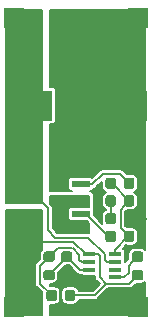
<source format=gtl>
G04 #@! TF.GenerationSoftware,KiCad,Pcbnew,5.0.0-fee4fd1~66~ubuntu16.04.1*
G04 #@! TF.CreationDate,2018-09-13T19:17:13+02:00*
G04 #@! TF.ProjectId,mav_ovp,6D61765F6F76702E6B696361645F7063,rev?*
G04 #@! TF.SameCoordinates,Original*
G04 #@! TF.FileFunction,Copper,L1,Top,Signal*
G04 #@! TF.FilePolarity,Positive*
%FSLAX46Y46*%
G04 Gerber Fmt 4.6, Leading zero omitted, Abs format (unit mm)*
G04 Created by KiCad (PCBNEW 5.0.0-fee4fd1~66~ubuntu16.04.1) date Thu Sep 13 19:17:13 2018*
%MOMM*%
%LPD*%
G01*
G04 APERTURE LIST*
G04 #@! TA.AperFunction,SMDPad,CuDef*
%ADD10R,4.000000X2.500000*%
G04 #@! TD*
G04 #@! TA.AperFunction,Conductor*
%ADD11C,0.100000*%
G04 #@! TD*
G04 #@! TA.AperFunction,SMDPad,CuDef*
%ADD12C,0.875000*%
G04 #@! TD*
G04 #@! TA.AperFunction,ComponentPad*
%ADD13R,1.700000X1.700000*%
G04 #@! TD*
G04 #@! TA.AperFunction,SMDPad,CuDef*
%ADD14R,1.550000X0.600000*%
G04 #@! TD*
G04 #@! TA.AperFunction,SMDPad,CuDef*
%ADD15R,1.060000X0.400000*%
G04 #@! TD*
G04 #@! TA.AperFunction,ViaPad*
%ADD16C,0.800000*%
G04 #@! TD*
G04 #@! TA.AperFunction,Conductor*
%ADD17C,0.200000*%
G04 #@! TD*
G04 APERTURE END LIST*
D10*
G04 #@! TO.P,C1,1*
G04 #@! TO.N,/VOUT*
X96810001Y-89925001D03*
G04 #@! TO.P,C1,2*
G04 #@! TO.N,GND*
X104810001Y-89925001D03*
G04 #@! TD*
D11*
G04 #@! TO.N,Net-(C2-Pad1)*
G04 #@! TO.C,C2*
G36*
X103952691Y-99026053D02*
X103973926Y-99029203D01*
X103994750Y-99034419D01*
X104014962Y-99041651D01*
X104034368Y-99050830D01*
X104052781Y-99061866D01*
X104070024Y-99074654D01*
X104085930Y-99089070D01*
X104100346Y-99104976D01*
X104113134Y-99122219D01*
X104124170Y-99140632D01*
X104133349Y-99160038D01*
X104140581Y-99180250D01*
X104145797Y-99201074D01*
X104148947Y-99222309D01*
X104150000Y-99243750D01*
X104150000Y-99756250D01*
X104148947Y-99777691D01*
X104145797Y-99798926D01*
X104140581Y-99819750D01*
X104133349Y-99839962D01*
X104124170Y-99859368D01*
X104113134Y-99877781D01*
X104100346Y-99895024D01*
X104085930Y-99910930D01*
X104070024Y-99925346D01*
X104052781Y-99938134D01*
X104034368Y-99949170D01*
X104014962Y-99958349D01*
X103994750Y-99965581D01*
X103973926Y-99970797D01*
X103952691Y-99973947D01*
X103931250Y-99975000D01*
X103493750Y-99975000D01*
X103472309Y-99973947D01*
X103451074Y-99970797D01*
X103430250Y-99965581D01*
X103410038Y-99958349D01*
X103390632Y-99949170D01*
X103372219Y-99938134D01*
X103354976Y-99925346D01*
X103339070Y-99910930D01*
X103324654Y-99895024D01*
X103311866Y-99877781D01*
X103300830Y-99859368D01*
X103291651Y-99839962D01*
X103284419Y-99819750D01*
X103279203Y-99798926D01*
X103276053Y-99777691D01*
X103275000Y-99756250D01*
X103275000Y-99243750D01*
X103276053Y-99222309D01*
X103279203Y-99201074D01*
X103284419Y-99180250D01*
X103291651Y-99160038D01*
X103300830Y-99140632D01*
X103311866Y-99122219D01*
X103324654Y-99104976D01*
X103339070Y-99089070D01*
X103354976Y-99074654D01*
X103372219Y-99061866D01*
X103390632Y-99050830D01*
X103410038Y-99041651D01*
X103430250Y-99034419D01*
X103451074Y-99029203D01*
X103472309Y-99026053D01*
X103493750Y-99025000D01*
X103931250Y-99025000D01*
X103952691Y-99026053D01*
X103952691Y-99026053D01*
G37*
D12*
G04 #@! TD*
G04 #@! TO.P,C2,1*
G04 #@! TO.N,Net-(C2-Pad1)*
X103712500Y-99500000D03*
D11*
G04 #@! TO.N,GND*
G04 #@! TO.C,C2*
G36*
X105527691Y-99026053D02*
X105548926Y-99029203D01*
X105569750Y-99034419D01*
X105589962Y-99041651D01*
X105609368Y-99050830D01*
X105627781Y-99061866D01*
X105645024Y-99074654D01*
X105660930Y-99089070D01*
X105675346Y-99104976D01*
X105688134Y-99122219D01*
X105699170Y-99140632D01*
X105708349Y-99160038D01*
X105715581Y-99180250D01*
X105720797Y-99201074D01*
X105723947Y-99222309D01*
X105725000Y-99243750D01*
X105725000Y-99756250D01*
X105723947Y-99777691D01*
X105720797Y-99798926D01*
X105715581Y-99819750D01*
X105708349Y-99839962D01*
X105699170Y-99859368D01*
X105688134Y-99877781D01*
X105675346Y-99895024D01*
X105660930Y-99910930D01*
X105645024Y-99925346D01*
X105627781Y-99938134D01*
X105609368Y-99949170D01*
X105589962Y-99958349D01*
X105569750Y-99965581D01*
X105548926Y-99970797D01*
X105527691Y-99973947D01*
X105506250Y-99975000D01*
X105068750Y-99975000D01*
X105047309Y-99973947D01*
X105026074Y-99970797D01*
X105005250Y-99965581D01*
X104985038Y-99958349D01*
X104965632Y-99949170D01*
X104947219Y-99938134D01*
X104929976Y-99925346D01*
X104914070Y-99910930D01*
X104899654Y-99895024D01*
X104886866Y-99877781D01*
X104875830Y-99859368D01*
X104866651Y-99839962D01*
X104859419Y-99819750D01*
X104854203Y-99798926D01*
X104851053Y-99777691D01*
X104850000Y-99756250D01*
X104850000Y-99243750D01*
X104851053Y-99222309D01*
X104854203Y-99201074D01*
X104859419Y-99180250D01*
X104866651Y-99160038D01*
X104875830Y-99140632D01*
X104886866Y-99122219D01*
X104899654Y-99104976D01*
X104914070Y-99089070D01*
X104929976Y-99074654D01*
X104947219Y-99061866D01*
X104965632Y-99050830D01*
X104985038Y-99041651D01*
X105005250Y-99034419D01*
X105026074Y-99029203D01*
X105047309Y-99026053D01*
X105068750Y-99025000D01*
X105506250Y-99025000D01*
X105527691Y-99026053D01*
X105527691Y-99026053D01*
G37*
D12*
G04 #@! TD*
G04 #@! TO.P,C2,2*
G04 #@! TO.N,GND*
X105287500Y-99500000D03*
D13*
G04 #@! TO.P,J4,1*
G04 #@! TO.N,GND*
X106000000Y-82500000D03*
G04 #@! TD*
G04 #@! TO.P,J3,1*
G04 #@! TO.N,GND*
X106000000Y-107000000D03*
G04 #@! TD*
G04 #@! TO.P,J2,1*
G04 #@! TO.N,/VOUT*
X95500000Y-82500000D03*
G04 #@! TD*
G04 #@! TO.P,J1,1*
G04 #@! TO.N,/VIN*
X95500000Y-107000000D03*
G04 #@! TD*
D14*
G04 #@! TO.P,Q1,1*
G04 #@! TO.N,/TS*
X101200000Y-100405000D03*
G04 #@! TO.P,Q1,2*
G04 #@! TO.N,Net-(Q1-Pad2)*
X101200000Y-99135000D03*
G04 #@! TO.P,Q1,3*
G04 #@! TO.N,/TS*
X101200000Y-97865000D03*
G04 #@! TO.P,Q1,4*
G04 #@! TO.N,Net-(Q1-Pad4)*
X101200000Y-96595000D03*
G04 #@! TO.P,Q1,5*
G04 #@! TO.N,/VOUT*
X95800000Y-96595000D03*
G04 #@! TO.P,Q1,6*
X95800000Y-97865000D03*
G04 #@! TO.P,Q1,7*
G04 #@! TO.N,/VIN*
X95800000Y-99135000D03*
G04 #@! TO.P,Q1,8*
X95800000Y-100405000D03*
G04 #@! TD*
D15*
G04 #@! TO.P,U1,1*
G04 #@! TO.N,/VIN*
X101900000Y-102520000D03*
G04 #@! TO.P,U1,2*
G04 #@! TO.N,/UV*
X101900000Y-103170000D03*
G04 #@! TO.P,U1,3*
G04 #@! TO.N,/OV*
X101900000Y-103830000D03*
G04 #@! TO.P,U1,4*
G04 #@! TO.N,GND*
X101900000Y-104480000D03*
G04 #@! TO.P,U1,5*
G04 #@! TO.N,/SHDN*
X104100000Y-104480000D03*
G04 #@! TO.P,U1,6*
G04 #@! TO.N,Net-(U1-Pad6)*
X104100000Y-103830000D03*
G04 #@! TO.P,U1,7*
G04 #@! TO.N,/VOUT*
X104100000Y-103170000D03*
G04 #@! TO.P,U1,8*
G04 #@! TO.N,/GATE*
X104100000Y-102520000D03*
G04 #@! TD*
D11*
G04 #@! TO.N,/OV*
G04 #@! TO.C,R7*
G36*
X100277691Y-102276053D02*
X100298926Y-102279203D01*
X100319750Y-102284419D01*
X100339962Y-102291651D01*
X100359368Y-102300830D01*
X100377781Y-102311866D01*
X100395024Y-102324654D01*
X100410930Y-102339070D01*
X100425346Y-102354976D01*
X100438134Y-102372219D01*
X100449170Y-102390632D01*
X100458349Y-102410038D01*
X100465581Y-102430250D01*
X100470797Y-102451074D01*
X100473947Y-102472309D01*
X100475000Y-102493750D01*
X100475000Y-102931250D01*
X100473947Y-102952691D01*
X100470797Y-102973926D01*
X100465581Y-102994750D01*
X100458349Y-103014962D01*
X100449170Y-103034368D01*
X100438134Y-103052781D01*
X100425346Y-103070024D01*
X100410930Y-103085930D01*
X100395024Y-103100346D01*
X100377781Y-103113134D01*
X100359368Y-103124170D01*
X100339962Y-103133349D01*
X100319750Y-103140581D01*
X100298926Y-103145797D01*
X100277691Y-103148947D01*
X100256250Y-103150000D01*
X99743750Y-103150000D01*
X99722309Y-103148947D01*
X99701074Y-103145797D01*
X99680250Y-103140581D01*
X99660038Y-103133349D01*
X99640632Y-103124170D01*
X99622219Y-103113134D01*
X99604976Y-103100346D01*
X99589070Y-103085930D01*
X99574654Y-103070024D01*
X99561866Y-103052781D01*
X99550830Y-103034368D01*
X99541651Y-103014962D01*
X99534419Y-102994750D01*
X99529203Y-102973926D01*
X99526053Y-102952691D01*
X99525000Y-102931250D01*
X99525000Y-102493750D01*
X99526053Y-102472309D01*
X99529203Y-102451074D01*
X99534419Y-102430250D01*
X99541651Y-102410038D01*
X99550830Y-102390632D01*
X99561866Y-102372219D01*
X99574654Y-102354976D01*
X99589070Y-102339070D01*
X99604976Y-102324654D01*
X99622219Y-102311866D01*
X99640632Y-102300830D01*
X99660038Y-102291651D01*
X99680250Y-102284419D01*
X99701074Y-102279203D01*
X99722309Y-102276053D01*
X99743750Y-102275000D01*
X100256250Y-102275000D01*
X100277691Y-102276053D01*
X100277691Y-102276053D01*
G37*
D12*
G04 #@! TD*
G04 #@! TO.P,R7,1*
G04 #@! TO.N,/OV*
X100000000Y-102712500D03*
D11*
G04 #@! TO.N,GND*
G04 #@! TO.C,R7*
G36*
X100277691Y-103851053D02*
X100298926Y-103854203D01*
X100319750Y-103859419D01*
X100339962Y-103866651D01*
X100359368Y-103875830D01*
X100377781Y-103886866D01*
X100395024Y-103899654D01*
X100410930Y-103914070D01*
X100425346Y-103929976D01*
X100438134Y-103947219D01*
X100449170Y-103965632D01*
X100458349Y-103985038D01*
X100465581Y-104005250D01*
X100470797Y-104026074D01*
X100473947Y-104047309D01*
X100475000Y-104068750D01*
X100475000Y-104506250D01*
X100473947Y-104527691D01*
X100470797Y-104548926D01*
X100465581Y-104569750D01*
X100458349Y-104589962D01*
X100449170Y-104609368D01*
X100438134Y-104627781D01*
X100425346Y-104645024D01*
X100410930Y-104660930D01*
X100395024Y-104675346D01*
X100377781Y-104688134D01*
X100359368Y-104699170D01*
X100339962Y-104708349D01*
X100319750Y-104715581D01*
X100298926Y-104720797D01*
X100277691Y-104723947D01*
X100256250Y-104725000D01*
X99743750Y-104725000D01*
X99722309Y-104723947D01*
X99701074Y-104720797D01*
X99680250Y-104715581D01*
X99660038Y-104708349D01*
X99640632Y-104699170D01*
X99622219Y-104688134D01*
X99604976Y-104675346D01*
X99589070Y-104660930D01*
X99574654Y-104645024D01*
X99561866Y-104627781D01*
X99550830Y-104609368D01*
X99541651Y-104589962D01*
X99534419Y-104569750D01*
X99529203Y-104548926D01*
X99526053Y-104527691D01*
X99525000Y-104506250D01*
X99525000Y-104068750D01*
X99526053Y-104047309D01*
X99529203Y-104026074D01*
X99534419Y-104005250D01*
X99541651Y-103985038D01*
X99550830Y-103965632D01*
X99561866Y-103947219D01*
X99574654Y-103929976D01*
X99589070Y-103914070D01*
X99604976Y-103899654D01*
X99622219Y-103886866D01*
X99640632Y-103875830D01*
X99660038Y-103866651D01*
X99680250Y-103859419D01*
X99701074Y-103854203D01*
X99722309Y-103851053D01*
X99743750Y-103850000D01*
X100256250Y-103850000D01*
X100277691Y-103851053D01*
X100277691Y-103851053D01*
G37*
D12*
G04 #@! TD*
G04 #@! TO.P,R7,2*
G04 #@! TO.N,GND*
X100000000Y-104287500D03*
D11*
G04 #@! TO.N,/OV*
G04 #@! TO.C,R6*
G36*
X98777691Y-103851053D02*
X98798926Y-103854203D01*
X98819750Y-103859419D01*
X98839962Y-103866651D01*
X98859368Y-103875830D01*
X98877781Y-103886866D01*
X98895024Y-103899654D01*
X98910930Y-103914070D01*
X98925346Y-103929976D01*
X98938134Y-103947219D01*
X98949170Y-103965632D01*
X98958349Y-103985038D01*
X98965581Y-104005250D01*
X98970797Y-104026074D01*
X98973947Y-104047309D01*
X98975000Y-104068750D01*
X98975000Y-104506250D01*
X98973947Y-104527691D01*
X98970797Y-104548926D01*
X98965581Y-104569750D01*
X98958349Y-104589962D01*
X98949170Y-104609368D01*
X98938134Y-104627781D01*
X98925346Y-104645024D01*
X98910930Y-104660930D01*
X98895024Y-104675346D01*
X98877781Y-104688134D01*
X98859368Y-104699170D01*
X98839962Y-104708349D01*
X98819750Y-104715581D01*
X98798926Y-104720797D01*
X98777691Y-104723947D01*
X98756250Y-104725000D01*
X98243750Y-104725000D01*
X98222309Y-104723947D01*
X98201074Y-104720797D01*
X98180250Y-104715581D01*
X98160038Y-104708349D01*
X98140632Y-104699170D01*
X98122219Y-104688134D01*
X98104976Y-104675346D01*
X98089070Y-104660930D01*
X98074654Y-104645024D01*
X98061866Y-104627781D01*
X98050830Y-104609368D01*
X98041651Y-104589962D01*
X98034419Y-104569750D01*
X98029203Y-104548926D01*
X98026053Y-104527691D01*
X98025000Y-104506250D01*
X98025000Y-104068750D01*
X98026053Y-104047309D01*
X98029203Y-104026074D01*
X98034419Y-104005250D01*
X98041651Y-103985038D01*
X98050830Y-103965632D01*
X98061866Y-103947219D01*
X98074654Y-103929976D01*
X98089070Y-103914070D01*
X98104976Y-103899654D01*
X98122219Y-103886866D01*
X98140632Y-103875830D01*
X98160038Y-103866651D01*
X98180250Y-103859419D01*
X98201074Y-103854203D01*
X98222309Y-103851053D01*
X98243750Y-103850000D01*
X98756250Y-103850000D01*
X98777691Y-103851053D01*
X98777691Y-103851053D01*
G37*
D12*
G04 #@! TD*
G04 #@! TO.P,R6,2*
G04 #@! TO.N,/OV*
X98500000Y-104287500D03*
D11*
G04 #@! TO.N,/UV*
G04 #@! TO.C,R6*
G36*
X98777691Y-102276053D02*
X98798926Y-102279203D01*
X98819750Y-102284419D01*
X98839962Y-102291651D01*
X98859368Y-102300830D01*
X98877781Y-102311866D01*
X98895024Y-102324654D01*
X98910930Y-102339070D01*
X98925346Y-102354976D01*
X98938134Y-102372219D01*
X98949170Y-102390632D01*
X98958349Y-102410038D01*
X98965581Y-102430250D01*
X98970797Y-102451074D01*
X98973947Y-102472309D01*
X98975000Y-102493750D01*
X98975000Y-102931250D01*
X98973947Y-102952691D01*
X98970797Y-102973926D01*
X98965581Y-102994750D01*
X98958349Y-103014962D01*
X98949170Y-103034368D01*
X98938134Y-103052781D01*
X98925346Y-103070024D01*
X98910930Y-103085930D01*
X98895024Y-103100346D01*
X98877781Y-103113134D01*
X98859368Y-103124170D01*
X98839962Y-103133349D01*
X98819750Y-103140581D01*
X98798926Y-103145797D01*
X98777691Y-103148947D01*
X98756250Y-103150000D01*
X98243750Y-103150000D01*
X98222309Y-103148947D01*
X98201074Y-103145797D01*
X98180250Y-103140581D01*
X98160038Y-103133349D01*
X98140632Y-103124170D01*
X98122219Y-103113134D01*
X98104976Y-103100346D01*
X98089070Y-103085930D01*
X98074654Y-103070024D01*
X98061866Y-103052781D01*
X98050830Y-103034368D01*
X98041651Y-103014962D01*
X98034419Y-102994750D01*
X98029203Y-102973926D01*
X98026053Y-102952691D01*
X98025000Y-102931250D01*
X98025000Y-102493750D01*
X98026053Y-102472309D01*
X98029203Y-102451074D01*
X98034419Y-102430250D01*
X98041651Y-102410038D01*
X98050830Y-102390632D01*
X98061866Y-102372219D01*
X98074654Y-102354976D01*
X98089070Y-102339070D01*
X98104976Y-102324654D01*
X98122219Y-102311866D01*
X98140632Y-102300830D01*
X98160038Y-102291651D01*
X98180250Y-102284419D01*
X98201074Y-102279203D01*
X98222309Y-102276053D01*
X98243750Y-102275000D01*
X98756250Y-102275000D01*
X98777691Y-102276053D01*
X98777691Y-102276053D01*
G37*
D12*
G04 #@! TD*
G04 #@! TO.P,R6,1*
G04 #@! TO.N,/UV*
X98500000Y-102712500D03*
D11*
G04 #@! TO.N,/VIN*
G04 #@! TO.C,R5*
G36*
X100527691Y-105526053D02*
X100548926Y-105529203D01*
X100569750Y-105534419D01*
X100589962Y-105541651D01*
X100609368Y-105550830D01*
X100627781Y-105561866D01*
X100645024Y-105574654D01*
X100660930Y-105589070D01*
X100675346Y-105604976D01*
X100688134Y-105622219D01*
X100699170Y-105640632D01*
X100708349Y-105660038D01*
X100715581Y-105680250D01*
X100720797Y-105701074D01*
X100723947Y-105722309D01*
X100725000Y-105743750D01*
X100725000Y-106256250D01*
X100723947Y-106277691D01*
X100720797Y-106298926D01*
X100715581Y-106319750D01*
X100708349Y-106339962D01*
X100699170Y-106359368D01*
X100688134Y-106377781D01*
X100675346Y-106395024D01*
X100660930Y-106410930D01*
X100645024Y-106425346D01*
X100627781Y-106438134D01*
X100609368Y-106449170D01*
X100589962Y-106458349D01*
X100569750Y-106465581D01*
X100548926Y-106470797D01*
X100527691Y-106473947D01*
X100506250Y-106475000D01*
X100068750Y-106475000D01*
X100047309Y-106473947D01*
X100026074Y-106470797D01*
X100005250Y-106465581D01*
X99985038Y-106458349D01*
X99965632Y-106449170D01*
X99947219Y-106438134D01*
X99929976Y-106425346D01*
X99914070Y-106410930D01*
X99899654Y-106395024D01*
X99886866Y-106377781D01*
X99875830Y-106359368D01*
X99866651Y-106339962D01*
X99859419Y-106319750D01*
X99854203Y-106298926D01*
X99851053Y-106277691D01*
X99850000Y-106256250D01*
X99850000Y-105743750D01*
X99851053Y-105722309D01*
X99854203Y-105701074D01*
X99859419Y-105680250D01*
X99866651Y-105660038D01*
X99875830Y-105640632D01*
X99886866Y-105622219D01*
X99899654Y-105604976D01*
X99914070Y-105589070D01*
X99929976Y-105574654D01*
X99947219Y-105561866D01*
X99965632Y-105550830D01*
X99985038Y-105541651D01*
X100005250Y-105534419D01*
X100026074Y-105529203D01*
X100047309Y-105526053D01*
X100068750Y-105525000D01*
X100506250Y-105525000D01*
X100527691Y-105526053D01*
X100527691Y-105526053D01*
G37*
D12*
G04 #@! TD*
G04 #@! TO.P,R5,1*
G04 #@! TO.N,/VIN*
X100287500Y-106000000D03*
D11*
G04 #@! TO.N,/UV*
G04 #@! TO.C,R5*
G36*
X98952691Y-105526053D02*
X98973926Y-105529203D01*
X98994750Y-105534419D01*
X99014962Y-105541651D01*
X99034368Y-105550830D01*
X99052781Y-105561866D01*
X99070024Y-105574654D01*
X99085930Y-105589070D01*
X99100346Y-105604976D01*
X99113134Y-105622219D01*
X99124170Y-105640632D01*
X99133349Y-105660038D01*
X99140581Y-105680250D01*
X99145797Y-105701074D01*
X99148947Y-105722309D01*
X99150000Y-105743750D01*
X99150000Y-106256250D01*
X99148947Y-106277691D01*
X99145797Y-106298926D01*
X99140581Y-106319750D01*
X99133349Y-106339962D01*
X99124170Y-106359368D01*
X99113134Y-106377781D01*
X99100346Y-106395024D01*
X99085930Y-106410930D01*
X99070024Y-106425346D01*
X99052781Y-106438134D01*
X99034368Y-106449170D01*
X99014962Y-106458349D01*
X98994750Y-106465581D01*
X98973926Y-106470797D01*
X98952691Y-106473947D01*
X98931250Y-106475000D01*
X98493750Y-106475000D01*
X98472309Y-106473947D01*
X98451074Y-106470797D01*
X98430250Y-106465581D01*
X98410038Y-106458349D01*
X98390632Y-106449170D01*
X98372219Y-106438134D01*
X98354976Y-106425346D01*
X98339070Y-106410930D01*
X98324654Y-106395024D01*
X98311866Y-106377781D01*
X98300830Y-106359368D01*
X98291651Y-106339962D01*
X98284419Y-106319750D01*
X98279203Y-106298926D01*
X98276053Y-106277691D01*
X98275000Y-106256250D01*
X98275000Y-105743750D01*
X98276053Y-105722309D01*
X98279203Y-105701074D01*
X98284419Y-105680250D01*
X98291651Y-105660038D01*
X98300830Y-105640632D01*
X98311866Y-105622219D01*
X98324654Y-105604976D01*
X98339070Y-105589070D01*
X98354976Y-105574654D01*
X98372219Y-105561866D01*
X98390632Y-105550830D01*
X98410038Y-105541651D01*
X98430250Y-105534419D01*
X98451074Y-105529203D01*
X98472309Y-105526053D01*
X98493750Y-105525000D01*
X98931250Y-105525000D01*
X98952691Y-105526053D01*
X98952691Y-105526053D01*
G37*
D12*
G04 #@! TD*
G04 #@! TO.P,R5,2*
G04 #@! TO.N,/UV*
X98712500Y-106000000D03*
D11*
G04 #@! TO.N,/VIN*
G04 #@! TO.C,R4*
G36*
X106277691Y-103851053D02*
X106298926Y-103854203D01*
X106319750Y-103859419D01*
X106339962Y-103866651D01*
X106359368Y-103875830D01*
X106377781Y-103886866D01*
X106395024Y-103899654D01*
X106410930Y-103914070D01*
X106425346Y-103929976D01*
X106438134Y-103947219D01*
X106449170Y-103965632D01*
X106458349Y-103985038D01*
X106465581Y-104005250D01*
X106470797Y-104026074D01*
X106473947Y-104047309D01*
X106475000Y-104068750D01*
X106475000Y-104506250D01*
X106473947Y-104527691D01*
X106470797Y-104548926D01*
X106465581Y-104569750D01*
X106458349Y-104589962D01*
X106449170Y-104609368D01*
X106438134Y-104627781D01*
X106425346Y-104645024D01*
X106410930Y-104660930D01*
X106395024Y-104675346D01*
X106377781Y-104688134D01*
X106359368Y-104699170D01*
X106339962Y-104708349D01*
X106319750Y-104715581D01*
X106298926Y-104720797D01*
X106277691Y-104723947D01*
X106256250Y-104725000D01*
X105743750Y-104725000D01*
X105722309Y-104723947D01*
X105701074Y-104720797D01*
X105680250Y-104715581D01*
X105660038Y-104708349D01*
X105640632Y-104699170D01*
X105622219Y-104688134D01*
X105604976Y-104675346D01*
X105589070Y-104660930D01*
X105574654Y-104645024D01*
X105561866Y-104627781D01*
X105550830Y-104609368D01*
X105541651Y-104589962D01*
X105534419Y-104569750D01*
X105529203Y-104548926D01*
X105526053Y-104527691D01*
X105525000Y-104506250D01*
X105525000Y-104068750D01*
X105526053Y-104047309D01*
X105529203Y-104026074D01*
X105534419Y-104005250D01*
X105541651Y-103985038D01*
X105550830Y-103965632D01*
X105561866Y-103947219D01*
X105574654Y-103929976D01*
X105589070Y-103914070D01*
X105604976Y-103899654D01*
X105622219Y-103886866D01*
X105640632Y-103875830D01*
X105660038Y-103866651D01*
X105680250Y-103859419D01*
X105701074Y-103854203D01*
X105722309Y-103851053D01*
X105743750Y-103850000D01*
X106256250Y-103850000D01*
X106277691Y-103851053D01*
X106277691Y-103851053D01*
G37*
D12*
G04 #@! TD*
G04 #@! TO.P,R4,2*
G04 #@! TO.N,/VIN*
X106000000Y-104287500D03*
D11*
G04 #@! TO.N,/SHDN*
G04 #@! TO.C,R4*
G36*
X106277691Y-102276053D02*
X106298926Y-102279203D01*
X106319750Y-102284419D01*
X106339962Y-102291651D01*
X106359368Y-102300830D01*
X106377781Y-102311866D01*
X106395024Y-102324654D01*
X106410930Y-102339070D01*
X106425346Y-102354976D01*
X106438134Y-102372219D01*
X106449170Y-102390632D01*
X106458349Y-102410038D01*
X106465581Y-102430250D01*
X106470797Y-102451074D01*
X106473947Y-102472309D01*
X106475000Y-102493750D01*
X106475000Y-102931250D01*
X106473947Y-102952691D01*
X106470797Y-102973926D01*
X106465581Y-102994750D01*
X106458349Y-103014962D01*
X106449170Y-103034368D01*
X106438134Y-103052781D01*
X106425346Y-103070024D01*
X106410930Y-103085930D01*
X106395024Y-103100346D01*
X106377781Y-103113134D01*
X106359368Y-103124170D01*
X106339962Y-103133349D01*
X106319750Y-103140581D01*
X106298926Y-103145797D01*
X106277691Y-103148947D01*
X106256250Y-103150000D01*
X105743750Y-103150000D01*
X105722309Y-103148947D01*
X105701074Y-103145797D01*
X105680250Y-103140581D01*
X105660038Y-103133349D01*
X105640632Y-103124170D01*
X105622219Y-103113134D01*
X105604976Y-103100346D01*
X105589070Y-103085930D01*
X105574654Y-103070024D01*
X105561866Y-103052781D01*
X105550830Y-103034368D01*
X105541651Y-103014962D01*
X105534419Y-102994750D01*
X105529203Y-102973926D01*
X105526053Y-102952691D01*
X105525000Y-102931250D01*
X105525000Y-102493750D01*
X105526053Y-102472309D01*
X105529203Y-102451074D01*
X105534419Y-102430250D01*
X105541651Y-102410038D01*
X105550830Y-102390632D01*
X105561866Y-102372219D01*
X105574654Y-102354976D01*
X105589070Y-102339070D01*
X105604976Y-102324654D01*
X105622219Y-102311866D01*
X105640632Y-102300830D01*
X105660038Y-102291651D01*
X105680250Y-102284419D01*
X105701074Y-102279203D01*
X105722309Y-102276053D01*
X105743750Y-102275000D01*
X106256250Y-102275000D01*
X106277691Y-102276053D01*
X106277691Y-102276053D01*
G37*
D12*
G04 #@! TD*
G04 #@! TO.P,R4,1*
G04 #@! TO.N,/SHDN*
X106000000Y-102712500D03*
D11*
G04 #@! TO.N,/GATE*
G04 #@! TO.C,R3*
G36*
X105527691Y-97526053D02*
X105548926Y-97529203D01*
X105569750Y-97534419D01*
X105589962Y-97541651D01*
X105609368Y-97550830D01*
X105627781Y-97561866D01*
X105645024Y-97574654D01*
X105660930Y-97589070D01*
X105675346Y-97604976D01*
X105688134Y-97622219D01*
X105699170Y-97640632D01*
X105708349Y-97660038D01*
X105715581Y-97680250D01*
X105720797Y-97701074D01*
X105723947Y-97722309D01*
X105725000Y-97743750D01*
X105725000Y-98256250D01*
X105723947Y-98277691D01*
X105720797Y-98298926D01*
X105715581Y-98319750D01*
X105708349Y-98339962D01*
X105699170Y-98359368D01*
X105688134Y-98377781D01*
X105675346Y-98395024D01*
X105660930Y-98410930D01*
X105645024Y-98425346D01*
X105627781Y-98438134D01*
X105609368Y-98449170D01*
X105589962Y-98458349D01*
X105569750Y-98465581D01*
X105548926Y-98470797D01*
X105527691Y-98473947D01*
X105506250Y-98475000D01*
X105068750Y-98475000D01*
X105047309Y-98473947D01*
X105026074Y-98470797D01*
X105005250Y-98465581D01*
X104985038Y-98458349D01*
X104965632Y-98449170D01*
X104947219Y-98438134D01*
X104929976Y-98425346D01*
X104914070Y-98410930D01*
X104899654Y-98395024D01*
X104886866Y-98377781D01*
X104875830Y-98359368D01*
X104866651Y-98339962D01*
X104859419Y-98319750D01*
X104854203Y-98298926D01*
X104851053Y-98277691D01*
X104850000Y-98256250D01*
X104850000Y-97743750D01*
X104851053Y-97722309D01*
X104854203Y-97701074D01*
X104859419Y-97680250D01*
X104866651Y-97660038D01*
X104875830Y-97640632D01*
X104886866Y-97622219D01*
X104899654Y-97604976D01*
X104914070Y-97589070D01*
X104929976Y-97574654D01*
X104947219Y-97561866D01*
X104965632Y-97550830D01*
X104985038Y-97541651D01*
X105005250Y-97534419D01*
X105026074Y-97529203D01*
X105047309Y-97526053D01*
X105068750Y-97525000D01*
X105506250Y-97525000D01*
X105527691Y-97526053D01*
X105527691Y-97526053D01*
G37*
D12*
G04 #@! TD*
G04 #@! TO.P,R3,1*
G04 #@! TO.N,/GATE*
X105287500Y-98000000D03*
D11*
G04 #@! TO.N,Net-(C2-Pad1)*
G04 #@! TO.C,R3*
G36*
X103952691Y-97526053D02*
X103973926Y-97529203D01*
X103994750Y-97534419D01*
X104014962Y-97541651D01*
X104034368Y-97550830D01*
X104052781Y-97561866D01*
X104070024Y-97574654D01*
X104085930Y-97589070D01*
X104100346Y-97604976D01*
X104113134Y-97622219D01*
X104124170Y-97640632D01*
X104133349Y-97660038D01*
X104140581Y-97680250D01*
X104145797Y-97701074D01*
X104148947Y-97722309D01*
X104150000Y-97743750D01*
X104150000Y-98256250D01*
X104148947Y-98277691D01*
X104145797Y-98298926D01*
X104140581Y-98319750D01*
X104133349Y-98339962D01*
X104124170Y-98359368D01*
X104113134Y-98377781D01*
X104100346Y-98395024D01*
X104085930Y-98410930D01*
X104070024Y-98425346D01*
X104052781Y-98438134D01*
X104034368Y-98449170D01*
X104014962Y-98458349D01*
X103994750Y-98465581D01*
X103973926Y-98470797D01*
X103952691Y-98473947D01*
X103931250Y-98475000D01*
X103493750Y-98475000D01*
X103472309Y-98473947D01*
X103451074Y-98470797D01*
X103430250Y-98465581D01*
X103410038Y-98458349D01*
X103390632Y-98449170D01*
X103372219Y-98438134D01*
X103354976Y-98425346D01*
X103339070Y-98410930D01*
X103324654Y-98395024D01*
X103311866Y-98377781D01*
X103300830Y-98359368D01*
X103291651Y-98339962D01*
X103284419Y-98319750D01*
X103279203Y-98298926D01*
X103276053Y-98277691D01*
X103275000Y-98256250D01*
X103275000Y-97743750D01*
X103276053Y-97722309D01*
X103279203Y-97701074D01*
X103284419Y-97680250D01*
X103291651Y-97660038D01*
X103300830Y-97640632D01*
X103311866Y-97622219D01*
X103324654Y-97604976D01*
X103339070Y-97589070D01*
X103354976Y-97574654D01*
X103372219Y-97561866D01*
X103390632Y-97550830D01*
X103410038Y-97541651D01*
X103430250Y-97534419D01*
X103451074Y-97529203D01*
X103472309Y-97526053D01*
X103493750Y-97525000D01*
X103931250Y-97525000D01*
X103952691Y-97526053D01*
X103952691Y-97526053D01*
G37*
D12*
G04 #@! TD*
G04 #@! TO.P,R3,2*
G04 #@! TO.N,Net-(C2-Pad1)*
X103712500Y-98000000D03*
D11*
G04 #@! TO.N,/GATE*
G04 #@! TO.C,R2*
G36*
X103952691Y-96026053D02*
X103973926Y-96029203D01*
X103994750Y-96034419D01*
X104014962Y-96041651D01*
X104034368Y-96050830D01*
X104052781Y-96061866D01*
X104070024Y-96074654D01*
X104085930Y-96089070D01*
X104100346Y-96104976D01*
X104113134Y-96122219D01*
X104124170Y-96140632D01*
X104133349Y-96160038D01*
X104140581Y-96180250D01*
X104145797Y-96201074D01*
X104148947Y-96222309D01*
X104150000Y-96243750D01*
X104150000Y-96756250D01*
X104148947Y-96777691D01*
X104145797Y-96798926D01*
X104140581Y-96819750D01*
X104133349Y-96839962D01*
X104124170Y-96859368D01*
X104113134Y-96877781D01*
X104100346Y-96895024D01*
X104085930Y-96910930D01*
X104070024Y-96925346D01*
X104052781Y-96938134D01*
X104034368Y-96949170D01*
X104014962Y-96958349D01*
X103994750Y-96965581D01*
X103973926Y-96970797D01*
X103952691Y-96973947D01*
X103931250Y-96975000D01*
X103493750Y-96975000D01*
X103472309Y-96973947D01*
X103451074Y-96970797D01*
X103430250Y-96965581D01*
X103410038Y-96958349D01*
X103390632Y-96949170D01*
X103372219Y-96938134D01*
X103354976Y-96925346D01*
X103339070Y-96910930D01*
X103324654Y-96895024D01*
X103311866Y-96877781D01*
X103300830Y-96859368D01*
X103291651Y-96839962D01*
X103284419Y-96819750D01*
X103279203Y-96798926D01*
X103276053Y-96777691D01*
X103275000Y-96756250D01*
X103275000Y-96243750D01*
X103276053Y-96222309D01*
X103279203Y-96201074D01*
X103284419Y-96180250D01*
X103291651Y-96160038D01*
X103300830Y-96140632D01*
X103311866Y-96122219D01*
X103324654Y-96104976D01*
X103339070Y-96089070D01*
X103354976Y-96074654D01*
X103372219Y-96061866D01*
X103390632Y-96050830D01*
X103410038Y-96041651D01*
X103430250Y-96034419D01*
X103451074Y-96029203D01*
X103472309Y-96026053D01*
X103493750Y-96025000D01*
X103931250Y-96025000D01*
X103952691Y-96026053D01*
X103952691Y-96026053D01*
G37*
D12*
G04 #@! TD*
G04 #@! TO.P,R2,2*
G04 #@! TO.N,/GATE*
X103712500Y-96500000D03*
D11*
G04 #@! TO.N,Net-(Q1-Pad4)*
G04 #@! TO.C,R2*
G36*
X105527691Y-96026053D02*
X105548926Y-96029203D01*
X105569750Y-96034419D01*
X105589962Y-96041651D01*
X105609368Y-96050830D01*
X105627781Y-96061866D01*
X105645024Y-96074654D01*
X105660930Y-96089070D01*
X105675346Y-96104976D01*
X105688134Y-96122219D01*
X105699170Y-96140632D01*
X105708349Y-96160038D01*
X105715581Y-96180250D01*
X105720797Y-96201074D01*
X105723947Y-96222309D01*
X105725000Y-96243750D01*
X105725000Y-96756250D01*
X105723947Y-96777691D01*
X105720797Y-96798926D01*
X105715581Y-96819750D01*
X105708349Y-96839962D01*
X105699170Y-96859368D01*
X105688134Y-96877781D01*
X105675346Y-96895024D01*
X105660930Y-96910930D01*
X105645024Y-96925346D01*
X105627781Y-96938134D01*
X105609368Y-96949170D01*
X105589962Y-96958349D01*
X105569750Y-96965581D01*
X105548926Y-96970797D01*
X105527691Y-96973947D01*
X105506250Y-96975000D01*
X105068750Y-96975000D01*
X105047309Y-96973947D01*
X105026074Y-96970797D01*
X105005250Y-96965581D01*
X104985038Y-96958349D01*
X104965632Y-96949170D01*
X104947219Y-96938134D01*
X104929976Y-96925346D01*
X104914070Y-96910930D01*
X104899654Y-96895024D01*
X104886866Y-96877781D01*
X104875830Y-96859368D01*
X104866651Y-96839962D01*
X104859419Y-96819750D01*
X104854203Y-96798926D01*
X104851053Y-96777691D01*
X104850000Y-96756250D01*
X104850000Y-96243750D01*
X104851053Y-96222309D01*
X104854203Y-96201074D01*
X104859419Y-96180250D01*
X104866651Y-96160038D01*
X104875830Y-96140632D01*
X104886866Y-96122219D01*
X104899654Y-96104976D01*
X104914070Y-96089070D01*
X104929976Y-96074654D01*
X104947219Y-96061866D01*
X104965632Y-96050830D01*
X104985038Y-96041651D01*
X105005250Y-96034419D01*
X105026074Y-96029203D01*
X105047309Y-96026053D01*
X105068750Y-96025000D01*
X105506250Y-96025000D01*
X105527691Y-96026053D01*
X105527691Y-96026053D01*
G37*
D12*
G04 #@! TD*
G04 #@! TO.P,R2,1*
G04 #@! TO.N,Net-(Q1-Pad4)*
X105287500Y-96500000D03*
D11*
G04 #@! TO.N,Net-(Q1-Pad2)*
G04 #@! TO.C,R1*
G36*
X103952691Y-100526053D02*
X103973926Y-100529203D01*
X103994750Y-100534419D01*
X104014962Y-100541651D01*
X104034368Y-100550830D01*
X104052781Y-100561866D01*
X104070024Y-100574654D01*
X104085930Y-100589070D01*
X104100346Y-100604976D01*
X104113134Y-100622219D01*
X104124170Y-100640632D01*
X104133349Y-100660038D01*
X104140581Y-100680250D01*
X104145797Y-100701074D01*
X104148947Y-100722309D01*
X104150000Y-100743750D01*
X104150000Y-101256250D01*
X104148947Y-101277691D01*
X104145797Y-101298926D01*
X104140581Y-101319750D01*
X104133349Y-101339962D01*
X104124170Y-101359368D01*
X104113134Y-101377781D01*
X104100346Y-101395024D01*
X104085930Y-101410930D01*
X104070024Y-101425346D01*
X104052781Y-101438134D01*
X104034368Y-101449170D01*
X104014962Y-101458349D01*
X103994750Y-101465581D01*
X103973926Y-101470797D01*
X103952691Y-101473947D01*
X103931250Y-101475000D01*
X103493750Y-101475000D01*
X103472309Y-101473947D01*
X103451074Y-101470797D01*
X103430250Y-101465581D01*
X103410038Y-101458349D01*
X103390632Y-101449170D01*
X103372219Y-101438134D01*
X103354976Y-101425346D01*
X103339070Y-101410930D01*
X103324654Y-101395024D01*
X103311866Y-101377781D01*
X103300830Y-101359368D01*
X103291651Y-101339962D01*
X103284419Y-101319750D01*
X103279203Y-101298926D01*
X103276053Y-101277691D01*
X103275000Y-101256250D01*
X103275000Y-100743750D01*
X103276053Y-100722309D01*
X103279203Y-100701074D01*
X103284419Y-100680250D01*
X103291651Y-100660038D01*
X103300830Y-100640632D01*
X103311866Y-100622219D01*
X103324654Y-100604976D01*
X103339070Y-100589070D01*
X103354976Y-100574654D01*
X103372219Y-100561866D01*
X103390632Y-100550830D01*
X103410038Y-100541651D01*
X103430250Y-100534419D01*
X103451074Y-100529203D01*
X103472309Y-100526053D01*
X103493750Y-100525000D01*
X103931250Y-100525000D01*
X103952691Y-100526053D01*
X103952691Y-100526053D01*
G37*
D12*
G04 #@! TD*
G04 #@! TO.P,R1,1*
G04 #@! TO.N,Net-(Q1-Pad2)*
X103712500Y-101000000D03*
D11*
G04 #@! TO.N,/GATE*
G04 #@! TO.C,R1*
G36*
X105527691Y-100526053D02*
X105548926Y-100529203D01*
X105569750Y-100534419D01*
X105589962Y-100541651D01*
X105609368Y-100550830D01*
X105627781Y-100561866D01*
X105645024Y-100574654D01*
X105660930Y-100589070D01*
X105675346Y-100604976D01*
X105688134Y-100622219D01*
X105699170Y-100640632D01*
X105708349Y-100660038D01*
X105715581Y-100680250D01*
X105720797Y-100701074D01*
X105723947Y-100722309D01*
X105725000Y-100743750D01*
X105725000Y-101256250D01*
X105723947Y-101277691D01*
X105720797Y-101298926D01*
X105715581Y-101319750D01*
X105708349Y-101339962D01*
X105699170Y-101359368D01*
X105688134Y-101377781D01*
X105675346Y-101395024D01*
X105660930Y-101410930D01*
X105645024Y-101425346D01*
X105627781Y-101438134D01*
X105609368Y-101449170D01*
X105589962Y-101458349D01*
X105569750Y-101465581D01*
X105548926Y-101470797D01*
X105527691Y-101473947D01*
X105506250Y-101475000D01*
X105068750Y-101475000D01*
X105047309Y-101473947D01*
X105026074Y-101470797D01*
X105005250Y-101465581D01*
X104985038Y-101458349D01*
X104965632Y-101449170D01*
X104947219Y-101438134D01*
X104929976Y-101425346D01*
X104914070Y-101410930D01*
X104899654Y-101395024D01*
X104886866Y-101377781D01*
X104875830Y-101359368D01*
X104866651Y-101339962D01*
X104859419Y-101319750D01*
X104854203Y-101298926D01*
X104851053Y-101277691D01*
X104850000Y-101256250D01*
X104850000Y-100743750D01*
X104851053Y-100722309D01*
X104854203Y-100701074D01*
X104859419Y-100680250D01*
X104866651Y-100660038D01*
X104875830Y-100640632D01*
X104886866Y-100622219D01*
X104899654Y-100604976D01*
X104914070Y-100589070D01*
X104929976Y-100574654D01*
X104947219Y-100561866D01*
X104965632Y-100550830D01*
X104985038Y-100541651D01*
X105005250Y-100534419D01*
X105026074Y-100529203D01*
X105047309Y-100526053D01*
X105068750Y-100525000D01*
X105506250Y-100525000D01*
X105527691Y-100526053D01*
X105527691Y-100526053D01*
G37*
D12*
G04 #@! TD*
G04 #@! TO.P,R1,2*
G04 #@! TO.N,/GATE*
X105287500Y-101000000D03*
D16*
G04 #@! TO.N,GND*
X106324974Y-99500000D03*
X101930024Y-105300000D03*
X106300000Y-101600000D03*
X102600000Y-98800000D03*
X99000000Y-107200000D03*
X104200000Y-107200000D03*
X101700000Y-107200000D03*
X105400000Y-93200000D03*
X99700000Y-93300000D03*
X99900000Y-85100000D03*
X105500000Y-85100000D03*
G04 #@! TD*
D17*
G04 #@! TO.N,Net-(Q1-Pad2)*
X103712500Y-101000000D02*
X103500000Y-101000000D01*
X101635000Y-99135000D02*
X101200000Y-99135000D01*
X103500000Y-101000000D02*
X101635000Y-99135000D01*
G04 #@! TO.N,/GATE*
X104825888Y-98461612D02*
X105287500Y-98000000D01*
X104549990Y-98737510D02*
X104825888Y-98461612D01*
X104549990Y-100262490D02*
X104549990Y-98737510D01*
X105287500Y-101000000D02*
X104549990Y-100262490D01*
X103787500Y-96500000D02*
X103712500Y-96500000D01*
X105287500Y-98000000D02*
X103787500Y-96500000D01*
X105220000Y-101000000D02*
X105287500Y-101000000D01*
X104100000Y-102120000D02*
X105220000Y-101000000D01*
X104100000Y-102520000D02*
X104100000Y-102120000D01*
G04 #@! TO.N,Net-(Q1-Pad4)*
X102175000Y-96595000D02*
X101200000Y-96595000D01*
X103045010Y-95724990D02*
X102175000Y-96595000D01*
X104512490Y-95724990D02*
X103045010Y-95724990D01*
X105287500Y-96500000D02*
X104512490Y-95724990D01*
G04 #@! TO.N,Net-(C2-Pad1)*
X103712500Y-99500000D02*
X103712500Y-98000000D01*
G04 #@! TO.N,/VIN*
X105807500Y-104480000D02*
X106000000Y-104287500D01*
X106000000Y-104287500D02*
X105287500Y-105000000D01*
X105287500Y-105000000D02*
X103349998Y-105000000D01*
X102349998Y-106000000D02*
X103349998Y-105000000D01*
X100287500Y-106000000D02*
X102349998Y-106000000D01*
X97870000Y-101500000D02*
X96775000Y-100405000D01*
X96775000Y-100405000D02*
X95800000Y-100405000D01*
X101900000Y-102520000D02*
X101585699Y-102520000D01*
X100565699Y-101500000D02*
X97870000Y-101500000D01*
X101585699Y-102520000D02*
X100565699Y-101500000D01*
X102630000Y-102520000D02*
X101900000Y-102520000D01*
X102800000Y-102690000D02*
X102630000Y-102520000D01*
X103349998Y-105000000D02*
X102800000Y-104450002D01*
X102800000Y-104450002D02*
X102800000Y-102690000D01*
G04 #@! TO.N,/SHDN*
X105224990Y-103487510D02*
X105538388Y-103174112D01*
X105224990Y-104085010D02*
X105224990Y-103487510D01*
X104830000Y-104480000D02*
X105224990Y-104085010D01*
X105538388Y-103174112D02*
X106000000Y-102712500D01*
X104100000Y-104480000D02*
X104830000Y-104480000D01*
G04 #@! TO.N,/UV*
X98961612Y-102250888D02*
X98500000Y-102712500D01*
X99237510Y-101974990D02*
X98961612Y-102250888D01*
X100471130Y-101974990D02*
X99237510Y-101974990D01*
X101069999Y-102960001D02*
X101069999Y-102569999D01*
X101900000Y-103170000D02*
X101279998Y-103170000D01*
X101279998Y-103170000D02*
X101069999Y-102960001D01*
X101069999Y-102569999D02*
X100500000Y-102000000D01*
X98038388Y-103174112D02*
X98500000Y-102712500D01*
X97724990Y-103487510D02*
X98038388Y-103174112D01*
X97724990Y-105012490D02*
X97724990Y-103487510D01*
X98712500Y-106000000D02*
X97724990Y-105012490D01*
G04 #@! TO.N,/OV*
X100000000Y-102787500D02*
X100000000Y-102712500D01*
X98500000Y-104287500D02*
X100000000Y-102787500D01*
X101117500Y-103830000D02*
X100000000Y-102712500D01*
X101900000Y-103830000D02*
X101117500Y-103830000D01*
G04 #@! TO.N,GND*
X105287500Y-99500000D02*
X106324974Y-99500000D01*
X101900000Y-104480000D02*
X101900000Y-105269976D01*
X101900000Y-105269976D02*
X101930024Y-105300000D01*
G04 #@! TO.N,/VOUT*
X97665000Y-97865000D02*
X95800000Y-97865000D01*
X98400000Y-98600000D02*
X97665000Y-97865000D01*
X98400000Y-100500000D02*
X98400000Y-98600000D01*
X103200010Y-103000010D02*
X103200010Y-102524311D01*
X103200010Y-102524311D02*
X101775689Y-101099990D01*
X103370000Y-103170000D02*
X103200010Y-103000010D01*
X104100000Y-103170000D02*
X103370000Y-103170000D01*
X101775689Y-101099990D02*
X98999990Y-101099990D01*
X98999990Y-101099990D02*
X98400000Y-100500000D01*
G04 #@! TD*
G04 #@! TO.N,/VIN*
G36*
X97900000Y-102104597D02*
X97872783Y-102122783D01*
X97759058Y-102292984D01*
X97719123Y-102493750D01*
X97719123Y-102927692D01*
X97470006Y-103176810D01*
X97436607Y-103199126D01*
X97372664Y-103294825D01*
X97348199Y-103331439D01*
X97317154Y-103487510D01*
X97324991Y-103526908D01*
X97324990Y-104973096D01*
X97317154Y-105012490D01*
X97324990Y-105051883D01*
X97348199Y-105168561D01*
X97436606Y-105300874D01*
X97470009Y-105323193D01*
X97900000Y-105753185D01*
X97900000Y-107625000D01*
X94875000Y-107625000D01*
X94875000Y-98800000D01*
X97900000Y-98800000D01*
X97900000Y-102104597D01*
X97900000Y-102104597D01*
G37*
X97900000Y-102104597D02*
X97872783Y-102122783D01*
X97759058Y-102292984D01*
X97719123Y-102493750D01*
X97719123Y-102927692D01*
X97470006Y-103176810D01*
X97436607Y-103199126D01*
X97372664Y-103294825D01*
X97348199Y-103331439D01*
X97317154Y-103487510D01*
X97324991Y-103526908D01*
X97324990Y-104973096D01*
X97317154Y-105012490D01*
X97324990Y-105051883D01*
X97348199Y-105168561D01*
X97436606Y-105300874D01*
X97470009Y-105323193D01*
X97900000Y-105753185D01*
X97900000Y-107625000D01*
X94875000Y-107625000D01*
X94875000Y-98800000D01*
X97900000Y-98800000D01*
X97900000Y-102104597D01*
G04 #@! TO.N,/VOUT*
G36*
X97900000Y-98200000D02*
X94875000Y-98200000D01*
X94875000Y-81875000D01*
X97900000Y-81875000D01*
X97900000Y-98200000D01*
X97900000Y-98200000D01*
G37*
X97900000Y-98200000D02*
X94875000Y-98200000D01*
X94875000Y-81875000D01*
X97900000Y-81875000D01*
X97900000Y-98200000D01*
G04 #@! TO.N,GND*
G36*
X100806799Y-104084984D02*
X100829116Y-104118384D01*
X100893823Y-104161619D01*
X100961428Y-104206791D01*
X101117500Y-104237836D01*
X101144479Y-104232469D01*
X101153712Y-104246288D01*
X101252946Y-104312593D01*
X101370000Y-104335877D01*
X102400000Y-104335877D01*
X102400000Y-104410608D01*
X102392164Y-104450002D01*
X102400000Y-104489395D01*
X102423209Y-104606073D01*
X102511616Y-104738386D01*
X102545018Y-104760705D01*
X102784313Y-105000000D01*
X102184314Y-105600000D01*
X101002283Y-105600000D01*
X100990942Y-105542984D01*
X100877217Y-105372783D01*
X100707016Y-105259058D01*
X100506250Y-105219123D01*
X100068750Y-105219123D01*
X99867984Y-105259058D01*
X99697783Y-105372783D01*
X99584058Y-105542984D01*
X99544123Y-105743750D01*
X99544123Y-106256250D01*
X99584058Y-106457016D01*
X99697783Y-106627217D01*
X99867984Y-106740942D01*
X100068750Y-106780877D01*
X100506250Y-106780877D01*
X100707016Y-106740942D01*
X100877217Y-106627217D01*
X100990942Y-106457016D01*
X101002283Y-106400000D01*
X102310604Y-106400000D01*
X102349998Y-106407836D01*
X102389392Y-106400000D01*
X102506070Y-106376791D01*
X102638382Y-106288384D01*
X102660701Y-106254981D01*
X103515683Y-105400000D01*
X105248106Y-105400000D01*
X105287500Y-105407836D01*
X105326894Y-105400000D01*
X105443572Y-105376791D01*
X105575884Y-105288384D01*
X105598202Y-105254982D01*
X105822308Y-105030877D01*
X106256250Y-105030877D01*
X106457016Y-104990942D01*
X106625000Y-104878698D01*
X106625000Y-107625000D01*
X98600000Y-107625000D01*
X98600000Y-106780877D01*
X98931250Y-106780877D01*
X99132016Y-106740942D01*
X99302217Y-106627217D01*
X99415942Y-106457016D01*
X99455877Y-106256250D01*
X99455877Y-105743750D01*
X99415942Y-105542984D01*
X99302217Y-105372783D01*
X99132016Y-105259058D01*
X98931250Y-105219123D01*
X98600000Y-105219123D01*
X98600000Y-105030877D01*
X98756250Y-105030877D01*
X98957016Y-104990942D01*
X99127217Y-104877217D01*
X99240942Y-104707016D01*
X99280877Y-104506250D01*
X99280877Y-104072308D01*
X99897308Y-103455877D01*
X100177693Y-103455877D01*
X100806799Y-104084984D01*
X100806799Y-104084984D01*
G37*
X100806799Y-104084984D02*
X100829116Y-104118384D01*
X100893823Y-104161619D01*
X100961428Y-104206791D01*
X101117500Y-104237836D01*
X101144479Y-104232469D01*
X101153712Y-104246288D01*
X101252946Y-104312593D01*
X101370000Y-104335877D01*
X102400000Y-104335877D01*
X102400000Y-104410608D01*
X102392164Y-104450002D01*
X102400000Y-104489395D01*
X102423209Y-104606073D01*
X102511616Y-104738386D01*
X102545018Y-104760705D01*
X102784313Y-105000000D01*
X102184314Y-105600000D01*
X101002283Y-105600000D01*
X100990942Y-105542984D01*
X100877217Y-105372783D01*
X100707016Y-105259058D01*
X100506250Y-105219123D01*
X100068750Y-105219123D01*
X99867984Y-105259058D01*
X99697783Y-105372783D01*
X99584058Y-105542984D01*
X99544123Y-105743750D01*
X99544123Y-106256250D01*
X99584058Y-106457016D01*
X99697783Y-106627217D01*
X99867984Y-106740942D01*
X100068750Y-106780877D01*
X100506250Y-106780877D01*
X100707016Y-106740942D01*
X100877217Y-106627217D01*
X100990942Y-106457016D01*
X101002283Y-106400000D01*
X102310604Y-106400000D01*
X102349998Y-106407836D01*
X102389392Y-106400000D01*
X102506070Y-106376791D01*
X102638382Y-106288384D01*
X102660701Y-106254981D01*
X103515683Y-105400000D01*
X105248106Y-105400000D01*
X105287500Y-105407836D01*
X105326894Y-105400000D01*
X105443572Y-105376791D01*
X105575884Y-105288384D01*
X105598202Y-105254982D01*
X105822308Y-105030877D01*
X106256250Y-105030877D01*
X106457016Y-104990942D01*
X106625000Y-104878698D01*
X106625000Y-107625000D01*
X98600000Y-107625000D01*
X98600000Y-106780877D01*
X98931250Y-106780877D01*
X99132016Y-106740942D01*
X99302217Y-106627217D01*
X99415942Y-106457016D01*
X99455877Y-106256250D01*
X99455877Y-105743750D01*
X99415942Y-105542984D01*
X99302217Y-105372783D01*
X99132016Y-105259058D01*
X98931250Y-105219123D01*
X98600000Y-105219123D01*
X98600000Y-105030877D01*
X98756250Y-105030877D01*
X98957016Y-104990942D01*
X99127217Y-104877217D01*
X99240942Y-104707016D01*
X99280877Y-104506250D01*
X99280877Y-104072308D01*
X99897308Y-103455877D01*
X100177693Y-103455877D01*
X100806799Y-104084984D01*
G36*
X106625000Y-102121302D02*
X106457016Y-102009058D01*
X106256250Y-101969123D01*
X105743750Y-101969123D01*
X105542984Y-102009058D01*
X105372783Y-102122783D01*
X105259058Y-102292984D01*
X105219123Y-102493750D01*
X105219123Y-102927692D01*
X104970006Y-103176810D01*
X104936607Y-103199126D01*
X104935877Y-103200219D01*
X104935877Y-102970000D01*
X104912593Y-102852946D01*
X104907284Y-102845000D01*
X104912593Y-102837054D01*
X104935877Y-102720000D01*
X104935877Y-102320000D01*
X104912593Y-102202946D01*
X104846288Y-102103712D01*
X104747788Y-102037897D01*
X105015417Y-101770268D01*
X105068750Y-101780877D01*
X105506250Y-101780877D01*
X105707016Y-101740942D01*
X105877217Y-101627217D01*
X105990942Y-101457016D01*
X106030877Y-101256250D01*
X106030877Y-100743750D01*
X105990942Y-100542984D01*
X105877217Y-100372783D01*
X105707016Y-100259058D01*
X105506250Y-100219123D01*
X105072307Y-100219123D01*
X104949990Y-100096806D01*
X104949990Y-98903194D01*
X105072308Y-98780877D01*
X105506250Y-98780877D01*
X105707016Y-98740942D01*
X105877217Y-98627217D01*
X105990942Y-98457016D01*
X106030877Y-98256250D01*
X106030877Y-97743750D01*
X105990942Y-97542984D01*
X105877217Y-97372783D01*
X105707016Y-97259058D01*
X105661479Y-97250000D01*
X105707016Y-97240942D01*
X105877217Y-97127217D01*
X105990942Y-96957016D01*
X106030877Y-96756250D01*
X106030877Y-96243750D01*
X105990942Y-96042984D01*
X105877217Y-95872783D01*
X105707016Y-95759058D01*
X105506250Y-95719123D01*
X105072307Y-95719123D01*
X104823193Y-95470009D01*
X104800874Y-95436606D01*
X104668562Y-95348199D01*
X104551884Y-95324990D01*
X104512490Y-95317154D01*
X104473096Y-95324990D01*
X103084404Y-95324990D01*
X103045010Y-95317154D01*
X103005616Y-95324990D01*
X102888938Y-95348199D01*
X102756626Y-95436606D01*
X102734309Y-95470006D01*
X102151913Y-96052403D01*
X102092054Y-96012407D01*
X101975000Y-95989123D01*
X100425000Y-95989123D01*
X100307946Y-96012407D01*
X100208712Y-96078712D01*
X100142407Y-96177946D01*
X100119123Y-96295000D01*
X100119123Y-96895000D01*
X100142407Y-97012054D01*
X100208712Y-97111288D01*
X100307946Y-97177593D01*
X100420591Y-97200000D01*
X98600000Y-97200000D01*
X98600000Y-91480878D01*
X98810001Y-91480878D01*
X98927055Y-91457594D01*
X99026289Y-91391289D01*
X99092594Y-91292055D01*
X99115878Y-91175001D01*
X99115878Y-88675001D01*
X99092594Y-88557947D01*
X99026289Y-88458713D01*
X98927055Y-88392408D01*
X98810001Y-88369124D01*
X98600000Y-88369124D01*
X98600000Y-81875000D01*
X106625001Y-81875000D01*
X106625000Y-102121302D01*
X106625000Y-102121302D01*
G37*
X106625000Y-102121302D02*
X106457016Y-102009058D01*
X106256250Y-101969123D01*
X105743750Y-101969123D01*
X105542984Y-102009058D01*
X105372783Y-102122783D01*
X105259058Y-102292984D01*
X105219123Y-102493750D01*
X105219123Y-102927692D01*
X104970006Y-103176810D01*
X104936607Y-103199126D01*
X104935877Y-103200219D01*
X104935877Y-102970000D01*
X104912593Y-102852946D01*
X104907284Y-102845000D01*
X104912593Y-102837054D01*
X104935877Y-102720000D01*
X104935877Y-102320000D01*
X104912593Y-102202946D01*
X104846288Y-102103712D01*
X104747788Y-102037897D01*
X105015417Y-101770268D01*
X105068750Y-101780877D01*
X105506250Y-101780877D01*
X105707016Y-101740942D01*
X105877217Y-101627217D01*
X105990942Y-101457016D01*
X106030877Y-101256250D01*
X106030877Y-100743750D01*
X105990942Y-100542984D01*
X105877217Y-100372783D01*
X105707016Y-100259058D01*
X105506250Y-100219123D01*
X105072307Y-100219123D01*
X104949990Y-100096806D01*
X104949990Y-98903194D01*
X105072308Y-98780877D01*
X105506250Y-98780877D01*
X105707016Y-98740942D01*
X105877217Y-98627217D01*
X105990942Y-98457016D01*
X106030877Y-98256250D01*
X106030877Y-97743750D01*
X105990942Y-97542984D01*
X105877217Y-97372783D01*
X105707016Y-97259058D01*
X105661479Y-97250000D01*
X105707016Y-97240942D01*
X105877217Y-97127217D01*
X105990942Y-96957016D01*
X106030877Y-96756250D01*
X106030877Y-96243750D01*
X105990942Y-96042984D01*
X105877217Y-95872783D01*
X105707016Y-95759058D01*
X105506250Y-95719123D01*
X105072307Y-95719123D01*
X104823193Y-95470009D01*
X104800874Y-95436606D01*
X104668562Y-95348199D01*
X104551884Y-95324990D01*
X104512490Y-95317154D01*
X104473096Y-95324990D01*
X103084404Y-95324990D01*
X103045010Y-95317154D01*
X103005616Y-95324990D01*
X102888938Y-95348199D01*
X102756626Y-95436606D01*
X102734309Y-95470006D01*
X102151913Y-96052403D01*
X102092054Y-96012407D01*
X101975000Y-95989123D01*
X100425000Y-95989123D01*
X100307946Y-96012407D01*
X100208712Y-96078712D01*
X100142407Y-96177946D01*
X100119123Y-96295000D01*
X100119123Y-96895000D01*
X100142407Y-97012054D01*
X100208712Y-97111288D01*
X100307946Y-97177593D01*
X100420591Y-97200000D01*
X98600000Y-97200000D01*
X98600000Y-91480878D01*
X98810001Y-91480878D01*
X98927055Y-91457594D01*
X99026289Y-91391289D01*
X99092594Y-91292055D01*
X99115878Y-91175001D01*
X99115878Y-88675001D01*
X99092594Y-88557947D01*
X99026289Y-88458713D01*
X98927055Y-88392408D01*
X98810001Y-88369124D01*
X98600000Y-88369124D01*
X98600000Y-81875000D01*
X106625001Y-81875000D01*
X106625000Y-102121302D01*
G36*
X102969123Y-96756250D02*
X103009058Y-96957016D01*
X103122783Y-97127217D01*
X103292984Y-97240942D01*
X103338521Y-97250000D01*
X103292984Y-97259058D01*
X103122783Y-97372783D01*
X103009058Y-97542984D01*
X102969123Y-97743750D01*
X102969123Y-98256250D01*
X103009058Y-98457016D01*
X103122783Y-98627217D01*
X103292984Y-98740942D01*
X103312501Y-98744824D01*
X103312500Y-98755176D01*
X103292984Y-98759058D01*
X103122783Y-98872783D01*
X103009058Y-99042984D01*
X102969123Y-99243750D01*
X102969123Y-99756250D01*
X103005670Y-99939985D01*
X102300000Y-99234316D01*
X102300000Y-97500000D01*
X102277164Y-97385195D01*
X102212132Y-97287868D01*
X102114805Y-97222836D01*
X102000000Y-97200000D01*
X101979409Y-97200000D01*
X102092054Y-97177593D01*
X102191288Y-97111288D01*
X102257593Y-97012054D01*
X102262905Y-96985350D01*
X102331072Y-96971791D01*
X102463384Y-96883384D01*
X102485703Y-96849981D01*
X102969123Y-96366562D01*
X102969123Y-96756250D01*
X102969123Y-96756250D01*
G37*
X102969123Y-96756250D02*
X103009058Y-96957016D01*
X103122783Y-97127217D01*
X103292984Y-97240942D01*
X103338521Y-97250000D01*
X103292984Y-97259058D01*
X103122783Y-97372783D01*
X103009058Y-97542984D01*
X102969123Y-97743750D01*
X102969123Y-98256250D01*
X103009058Y-98457016D01*
X103122783Y-98627217D01*
X103292984Y-98740942D01*
X103312501Y-98744824D01*
X103312500Y-98755176D01*
X103292984Y-98759058D01*
X103122783Y-98872783D01*
X103009058Y-99042984D01*
X102969123Y-99243750D01*
X102969123Y-99756250D01*
X103005670Y-99939985D01*
X102300000Y-99234316D01*
X102300000Y-97500000D01*
X102277164Y-97385195D01*
X102212132Y-97287868D01*
X102114805Y-97222836D01*
X102000000Y-97200000D01*
X101979409Y-97200000D01*
X102092054Y-97177593D01*
X102191288Y-97111288D01*
X102257593Y-97012054D01*
X102262905Y-96985350D01*
X102331072Y-96971791D01*
X102463384Y-96883384D01*
X102485703Y-96849981D01*
X102969123Y-96366562D01*
X102969123Y-96756250D01*
G04 #@! TO.N,/TS*
G36*
X101900000Y-98529123D02*
X100425000Y-98529123D01*
X100307946Y-98552407D01*
X100208712Y-98618712D01*
X100142407Y-98717946D01*
X100119123Y-98835000D01*
X100119123Y-99435000D01*
X100142407Y-99552054D01*
X100208712Y-99651288D01*
X100307946Y-99717593D01*
X100425000Y-99740877D01*
X101675193Y-99740877D01*
X101900000Y-99965684D01*
X101900000Y-100700000D01*
X101815133Y-100700000D01*
X101815083Y-100699990D01*
X101775689Y-100692154D01*
X101736295Y-100699990D01*
X99165675Y-100699990D01*
X98800000Y-100334316D01*
X98800000Y-98639394D01*
X98807836Y-98600000D01*
X98776791Y-98443928D01*
X98749766Y-98403482D01*
X98688384Y-98311616D01*
X98654984Y-98289299D01*
X98600000Y-98234315D01*
X98600000Y-97600000D01*
X101900000Y-97600000D01*
X101900000Y-98529123D01*
X101900000Y-98529123D01*
G37*
X101900000Y-98529123D02*
X100425000Y-98529123D01*
X100307946Y-98552407D01*
X100208712Y-98618712D01*
X100142407Y-98717946D01*
X100119123Y-98835000D01*
X100119123Y-99435000D01*
X100142407Y-99552054D01*
X100208712Y-99651288D01*
X100307946Y-99717593D01*
X100425000Y-99740877D01*
X101675193Y-99740877D01*
X101900000Y-99965684D01*
X101900000Y-100700000D01*
X101815133Y-100700000D01*
X101815083Y-100699990D01*
X101775689Y-100692154D01*
X101736295Y-100699990D01*
X99165675Y-100699990D01*
X98800000Y-100334316D01*
X98800000Y-98639394D01*
X98807836Y-98600000D01*
X98776791Y-98443928D01*
X98749766Y-98403482D01*
X98688384Y-98311616D01*
X98654984Y-98289299D01*
X98600000Y-98234315D01*
X98600000Y-97600000D01*
X101900000Y-97600000D01*
X101900000Y-98529123D01*
G04 #@! TD*
M02*

</source>
